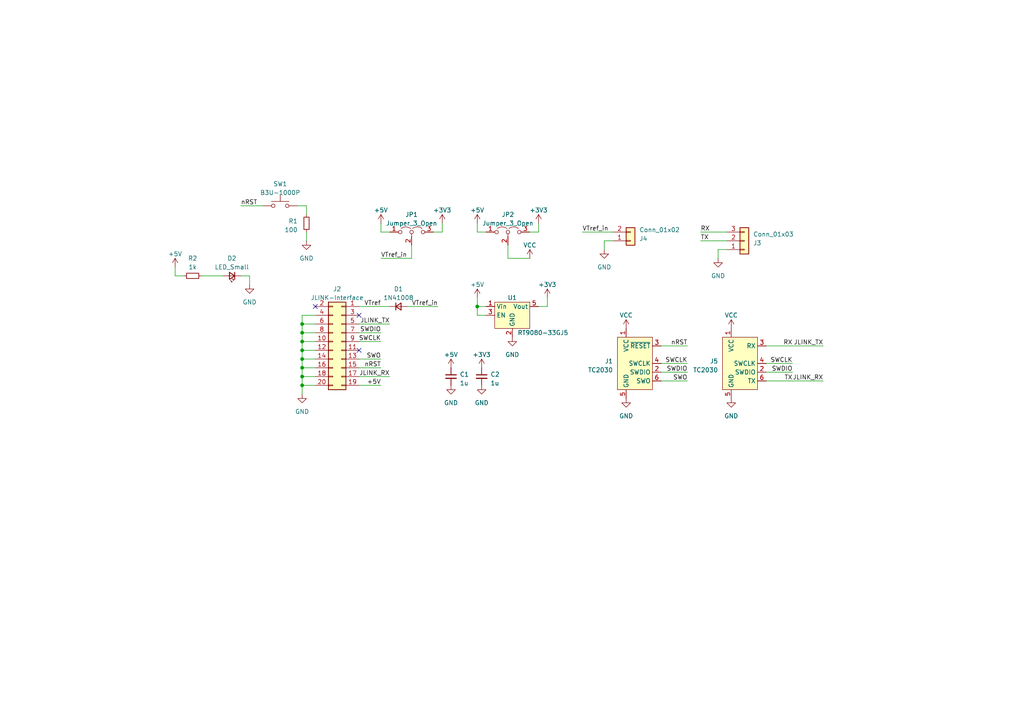
<source format=kicad_sch>
(kicad_sch (version 20230121) (generator eeschema)
  (paper "A4")
  (title_block (title "TC2030-JLINK-Adapter") (date "2023-03-25") (rev "Rev. 1"))
  (lib_symbols
    (symbol "Connector:Conn_ARM_SWD_TagConnect_TC2030-NL" (in_bom no)
      (property "Reference" "J" (at 2.54 11.43 0))
      (property "Value" "Conn_ARM_SWD_TagConnect_TC2030-NL" (at 2.54 8.89 0))
      (symbol "Conn_ARM_SWD_TagConnect_TC2030-NL_0_0"
        (pin power_in line (at -2.54 10.16 270) (length 2.54) (name "VCC") (number "1"))
        (pin bidirectional line (at 7.62 -2.54 180) (length 2.54) (name "SWDIO") (number "2"))
        (pin open_collector line (at 7.62 5.08 180) (length 2.54) (name "~{RESET}") (number "3"))
        (pin output line (at 7.62 0 180) (length 2.54) (name "SWCLK") (number "4"))
        (pin power_in line (at -2.54 -10.16 90) (length 2.54) (name "GND") (number "5"))
        (pin input line (at 7.62 -5.08 180) (length 2.54) (name "SWO") (number "6"))
      )
      (symbol "Conn_ARM_SWD_TagConnect_TC2030-NL_0_1"
        (rectangle (start -5.08 7.62) (end 5.08 -7.62) (fill (type background)))
      )
    )
    (symbol "Connector_Generic:Conn_01x02" (pin_names (offset 1.016) hide)
      (property "Reference" "J" (at 0 2.54 0))
      (property "Value" "Conn_01x02" (at 0 -5.08 0))
      (symbol "Conn_01x02_1_1"
        (rectangle (start -1.27 -2.413) (end 0 -2.667) (stroke (width 0.1524)))
        (rectangle (start -1.27 0.127) (end 0 -0.127) (stroke (width 0.1524)))
        (rectangle (start -1.27 1.27) (end 1.27 -3.81) (stroke (width 0.254)) (fill (type background)))
        (pin passive line (at -5.08 0 0) (length 3.81) (name "Pin_1") (number "1"))
        (pin passive line (at -5.08 -2.54 0) (length 3.81) (name "Pin_2") (number "2"))
      )
    )
    (symbol "Connector_Generic:Conn_01x03" (pin_names (offset 1.016) hide)
      (property "Reference" "J" (at 0 5.08 0))
      (property "Value" "Conn_01x03" (at 0 -5.08 0))
      (symbol "Conn_01x03_1_1"
        (rectangle (start -1.27 -2.413) (end 0 -2.667) (stroke (width 0.1524)))
        (rectangle (start -1.27 0.127) (end 0 -0.127) (stroke (width 0.1524)))
        (rectangle (start -1.27 2.667) (end 0 2.413) (stroke (width 0.1524)))
        (rectangle (start -1.27 3.81) (end 1.27 -3.81) (stroke (width 0.254)) (fill (type background)))
        (pin passive line (at -5.08 2.54 0) (length 3.81) (name "Pin_1") (number "1"))
        (pin passive line (at -5.08 0 0) (length 3.81) (name "Pin_2") (number "2"))
        (pin passive line (at -5.08 -2.54 0) (length 3.81) (name "Pin_3") (number "3"))
      )
    )
    (symbol "Connector_Generic:Conn_02x10_Odd_Even" (pin_names (offset 1.016) hide)
      (property "Reference" "J" (at 1.27 12.7 0))
      (property "Value" "Conn_02x10_Odd_Even" (at 1.27 -15.24 0))
      (symbol "Conn_02x10_Odd_Even_1_1"
        (rectangle (start -1.27 -12.573) (end 0 -12.827) (stroke (width 0.1524)))
        (rectangle (start -1.27 -10.033) (end 0 -10.287) (stroke (width 0.1524)))
        (rectangle (start -1.27 -7.493) (end 0 -7.747) (stroke (width 0.1524)))
        (rectangle (start -1.27 -4.953) (end 0 -5.207) (stroke (width 0.1524)))
        (rectangle (start -1.27 -2.413) (end 0 -2.667) (stroke (width 0.1524)))
        (rectangle (start -1.27 0.127) (end 0 -0.127) (stroke (width 0.1524)))
        (rectangle (start -1.27 2.667) (end 0 2.413) (stroke (width 0.1524)))
        (rectangle (start -1.27 5.207) (end 0 4.953) (stroke (width 0.1524)))
        (rectangle (start -1.27 7.747) (end 0 7.493) (stroke (width 0.1524)))
        (rectangle (start -1.27 10.287) (end 0 10.033) (stroke (width 0.1524)))
        (rectangle (start -1.27 11.43) (end 3.81 -13.97) (stroke (width 0.254)) (fill (type background)))
        (rectangle (start 3.81 -12.573) (end 2.54 -12.827) (stroke (width 0.1524)))
        (rectangle (start 3.81 -10.033) (end 2.54 -10.287) (stroke (width 0.1524)))
        (rectangle (start 3.81 -7.493) (end 2.54 -7.747) (stroke (width 0.1524)))
        (rectangle (start 3.81 -4.953) (end 2.54 -5.207) (stroke (width 0.1524)))
        (rectangle (start 3.81 -2.413) (end 2.54 -2.667) (stroke (width 0.1524)))
        (rectangle (start 3.81 0.127) (end 2.54 -0.127) (stroke (width 0.1524)))
        (rectangle (start 3.81 2.667) (end 2.54 2.413) (stroke (width 0.1524)))
        (rectangle (start 3.81 5.207) (end 2.54 4.953) (stroke (width 0.1524)))
        (rectangle (start 3.81 7.747) (end 2.54 7.493) (stroke (width 0.1524)))
        (rectangle (start 3.81 10.287) (end 2.54 10.033) (stroke (width 0.1524)))
        (pin passive line (at -5.08 10.16 0) (length 3.81) (name "Pin_1") (number "1"))
        (pin passive line (at 7.62 0 180) (length 3.81) (name "Pin_10") (number "10"))
        (pin passive line (at -5.08 -2.54 0) (length 3.81) (name "Pin_11") (number "11"))
        (pin passive line (at 7.62 -2.54 180) (length 3.81) (name "Pin_12") (number "12"))
        (pin passive line (at -5.08 -5.08 0) (length 3.81) (name "Pin_13") (number "13"))
        (pin passive line (at 7.62 -5.08 180) (length 3.81) (name "Pin_14") (number "14"))
        (pin passive line (at -5.08 -7.62 0) (length 3.81) (name "Pin_15") (number "15"))
        (pin passive line (at 7.62 -7.62 180) (length 3.81) (name "Pin_16") (number "16"))
        (pin passive line (at -5.08 -10.16 0) (length 3.81) (name "Pin_17") (number "17"))
        (pin passive line (at 7.62 -10.16 180) (length 3.81) (name "Pin_18") (number "18"))
        (pin passive line (at -5.08 -12.7 0) (length 3.81) (name "Pin_19") (number "19"))
        (pin passive line (at 7.62 10.16 180) (length 3.81) (name "Pin_2") (number "2"))
        (pin passive line (at 7.62 -12.7 180) (length 3.81) (name "Pin_20") (number "20"))
        (pin passive line (at -5.08 7.62 0) (length 3.81) (name "Pin_3") (number "3"))
        (pin passive line (at 7.62 7.62 180) (length 3.81) (name "Pin_4") (number "4"))
        (pin passive line (at -5.08 5.08 0) (length 3.81) (name "Pin_5") (number "5"))
        (pin passive line (at 7.62 5.08 180) (length 3.81) (name "Pin_6") (number "6"))
        (pin passive line (at -5.08 2.54 0) (length 3.81) (name "Pin_7") (number "7"))
        (pin passive line (at 7.62 2.54 180) (length 3.81) (name "Pin_8") (number "8"))
        (pin passive line (at -5.08 0 0) (length 3.81) (name "Pin_9") (number "9"))
      )
    )
    (symbol "Device:C_Small" (pin_numbers hide) (pin_names (offset 0.254) hide)
      (property "Reference" "C" (at 0.254 1.778 0))
      (property "Value" "C_Small" (at 0.254 -2.032 0))
      (symbol "C_Small_0_1"
        (polyline (pts (xy -1.524 -0.508) (xy 1.524 -0.508)) (stroke (width 0.3302)))
        (polyline (pts (xy -1.524 0.508) (xy 1.524 0.508)) (stroke (width 0.3048)))
      )
      (symbol "C_Small_1_1"
        (pin passive line (at 0 2.54 270) (length 2.032) (name "~") (number "1"))
        (pin passive line (at 0 -2.54 90) (length 2.032) (name "~") (number "2"))
      )
    )
    (symbol "Device:D_Small" (pin_numbers hide) (pin_names (offset 0.254) hide)
      (property "Reference" "D" (at -1.27 2.032 0))
      (property "Value" "D_Small" (at -3.81 -2.032 0))
      (symbol "D_Small_0_1"
        (polyline (pts (xy -0.762 -1.016) (xy -0.762 1.016)) (stroke (width 0.254)))
        (polyline (pts (xy -0.762 0) (xy 0.762 0)))
        (polyline (pts (xy 0.762 -1.016) (xy -0.762 0) (xy 0.762 1.016) (xy 0.762 -1.016)) (stroke (width 0.254)))
      )
      (symbol "D_Small_1_1"
        (pin passive line (at -2.54 0 0) (length 1.778) (name "K") (number "1"))
        (pin passive line (at 2.54 0 180) (length 1.778) (name "A") (number "2"))
      )
    )
    (symbol "Device:LED_Small" (pin_numbers hide) (pin_names (offset 0.254) hide)
      (property "Reference" "D" (at -1.27 3.175 0))
      (property "Value" "LED_Small" (at -4.445 -2.54 0))
      (symbol "LED_Small_0_1"
        (polyline (pts (xy -0.762 -1.016) (xy -0.762 1.016)) (stroke (width 0.254)))
        (polyline (pts (xy 1.016 0) (xy -0.762 0)))
        (polyline (pts (xy 0.762 -1.016) (xy -0.762 0) (xy 0.762 1.016) (xy 0.762 -1.016)) (stroke (width 0.254)))
        (polyline (pts (xy 0 0.762) (xy -0.508 1.27) (xy -0.254 1.27) (xy -0.508 1.27) (xy -0.508 1.016)))
        (polyline (pts (xy 0.508 1.27) (xy 0 1.778) (xy 0.254 1.778) (xy 0 1.778) (xy 0 1.524)))
      )
      (symbol "LED_Small_1_1"
        (pin passive line (at -2.54 0 0) (length 1.778) (name "K") (number "1"))
        (pin passive line (at 2.54 0 180) (length 1.778) (name "A") (number "2"))
      )
    )
    (symbol "Device:R_Small" (pin_numbers hide) (pin_names (offset 0.254) hide)
      (property "Reference" "R" (at 0.762 0.508 0))
      (property "Value" "R_Small" (at 0.762 -1.016 0))
      (symbol "R_Small_0_1"
        (rectangle (start -0.762 1.778) (end 0.762 -1.778) (stroke (width 0.2032)))
      )
      (symbol "R_Small_1_1"
        (pin passive line (at 0 2.54 270) (length 0.762) (name "~") (number "1"))
        (pin passive line (at 0 -2.54 90) (length 0.762) (name "~") (number "2"))
      )
    )
    (symbol "Jumper:Jumper_3_Open" (pin_names (offset 0) hide)
      (property "Reference" "JP" (at -2.54 -2.54 0))
      (property "Value" "Jumper_3_Open" (at 0 2.794 0))
      (symbol "Jumper_3_Open_0_0"
        (circle (center -3.302 0) (radius 0.508))
        (circle (center 0 0) (radius 0.508))
        (circle (center 3.302 0) (radius 0.508))
      )
      (symbol "Jumper_3_Open_0_1"
        (arc (start -0.254 1.016) (mid -1.651 1.4992) (end -3.048 1.016))
        (polyline (pts (xy 0 -0.508) (xy 0 -1.27)))
        (arc (start 3.048 1.016) (mid 1.651 1.4992) (end 0.254 1.016))
      )
      (symbol "Jumper_3_Open_1_1"
        (pin passive line (at -6.35 0 0) (length 2.54) (name "A") (number "1"))
        (pin passive line (at 0 -3.81 90) (length 2.54) (name "C") (number "2"))
        (pin passive line (at 6.35 0 180) (length 2.54) (name "B") (number "3"))
      )
    )
    (symbol "Switch:SW_Push" (pin_numbers hide) (pin_names (offset 1.016) hide)
      (property "Reference" "SW" (at 1.27 2.54 0))
      (property "Value" "SW_Push" (at 0 -1.524 0))
      (symbol "SW_Push_0_1"
        (circle (center -2.032 0) (radius 0.508))
        (polyline (pts (xy 0 1.27) (xy 0 3.048)))
        (polyline (pts (xy 2.54 1.27) (xy -2.54 1.27)))
        (circle (center 2.032 0) (radius 0.508))
        (pin passive line (at -5.08 0 0) (length 2.54) (name "1") (number "1"))
        (pin passive line (at 5.08 0 180) (length 2.54) (name "2") (number "2"))
      )
    )
    (symbol "power:+3V3" (power) (pin_names (offset 0))
      (property "Value" "+3V3" (at 0 3.556 0))
      (symbol "+3V3_0_1"
        (polyline (pts (xy -0.762 1.27) (xy 0 2.54)))
        (polyline (pts (xy 0 0) (xy 0 2.54)))
        (polyline (pts (xy 0 2.54) (xy 0.762 1.27)))
      )
      (symbol "+3V3_1_1"
        (pin power_in line (at 0 0 90) (length 0) hide (name "+3V3") (number "1"))
      )
    )
    (symbol "power:+5V" (power) (pin_names (offset 0))
      (property "Value" "+5V" (at 0 3.556 0))
      (symbol "+5V_0_1"
        (polyline (pts (xy -0.762 1.27) (xy 0 2.54)))
        (polyline (pts (xy 0 0) (xy 0 2.54)))
        (polyline (pts (xy 0 2.54) (xy 0.762 1.27)))
      )
      (symbol "+5V_1_1"
        (pin power_in line (at 0 0 90) (length 0) hide (name "+5V") (number "1"))
      )
    )
    (symbol "power:GND" (power) (pin_names (offset 0))
      (property "Value" "GND" (at 0 -3.81 0))
      (symbol "GND_0_1"
        (polyline (pts (xy 0 0) (xy 0 -1.27) (xy 1.27 -1.27) (xy 0 -2.54) (xy -1.27 -1.27) (xy 0 -1.27)))
      )
      (symbol "GND_1_1"
        (pin power_in line (at 0 0 270) (length 0) hide (name "GND") (number "1"))
      )
    )
    (symbol "power:VCC" (power) (pin_names (offset 0))
      (property "Value" "VCC" (at 0 3.81 0))
      (symbol "VCC_0_1"
        (polyline (pts (xy -0.762 1.27) (xy 0 2.54)))
        (polyline (pts (xy 0 0) (xy 0 2.54)))
        (polyline (pts (xy 0 2.54) (xy 0.762 1.27)))
      )
      (symbol "VCC_1_1"
        (pin power_in line (at 0 0 90) (length 0) hide (name "VCC") (number "1"))
      )
    )
    (symbol "tc2030-adapter:Conn_ARM_SWD_TagConnect_TC2030" (in_bom no)
      (property "Reference" "J4" (at -6.35 0.635 0))
      (property "Value" "TC2030" (at -6.35 -1.905 0))
      (symbol "Conn_ARM_SWD_TagConnect_TC2030_0_0"
        (pin power_in line (at -2.54 10.16 270) (length 2.54) (name "VCC") (number "1"))
        (pin bidirectional line (at 7.62 -2.54 180) (length 2.54) (name "SWDIO") (number "2"))
        (pin input line (at 7.62 5.08 180) (length 2.54) (name "RX") (number "3"))
        (pin output line (at 7.62 0 180) (length 2.54) (name "SWCLK") (number "4"))
        (pin power_in line (at -2.54 -10.16 90) (length 2.54) (name "GND") (number "5"))
        (pin output line (at 7.62 -5.08 180) (length 2.54) (name "TX") (number "6"))
      )
      (symbol "Conn_ARM_SWD_TagConnect_TC2030_0_1"
        (rectangle (start -5.08 7.62) (end 5.08 -7.62) (fill (type background)))
      )
    )
    (symbol "tc2030-adapter:RT9080-33GJ5"
      (property "Reference" "U" (at 0 5.08 0))
      (property "Value" "RT9080-33GJ5" (at 0 0 0))
      (symbol "RT9080-33GJ5_1_1"
        (rectangle (start -5.08 3.81) (end 5.08 -3.81) (fill (type background)))
        (pin power_in line (at -7.62 2.54 0) (length 2.54) (name "Vin") (number "1"))
        (pin power_in line (at 0 -6.35 90) (length 2.54) (name "GND") (number "2"))
        (pin input line (at -7.62 0 0) (length 2.54) (name "EN") (number "3"))
        (pin no_connect line (at 5.08 0 180) (length 2.54) hide (name "NC") (number "4"))
        (pin power_out line (at 7.62 2.54 180) (length 2.54) (name "Vout") (number "5"))
      )
    )
  )
  (junction (at 87.63 109.22))
  (junction (at 87.63 99.06))
  (junction (at 87.63 111.76))
  (junction (at 87.63 101.6))
  (junction (at 87.63 106.68))
  (junction (at 87.63 96.52))
  (junction (at 87.63 93.98))
  (junction (at 138.43 88.9))
  (junction (at 87.63 104.14))
  (no_connect (at 104.14 101.6))
  (no_connect (at 91.44 88.9))
  (no_connect (at 104.14 91.44))
  (wire (pts (xy 87.63 101.6) (xy 87.63 99.06)))
  (wire (pts (xy 110.49 99.06) (xy 104.14 99.06)))
  (wire (pts (xy 72.39 82.55) (xy 72.39 80.01)))
  (wire (pts (xy 138.43 88.9) (xy 138.43 91.44)))
  (wire (pts (xy 91.44 96.52) (xy 87.63 96.52)))
  (wire (pts (xy 222.25 105.41) (xy 229.87 105.41)))
  (wire (pts (xy 158.75 86.36) (xy 158.75 88.9)))
  (wire (pts (xy 69.85 59.69) (xy 76.2 59.69)))
  (wire (pts (xy 128.27 67.31) (xy 125.73 67.31)))
  (wire (pts (xy 88.9 67.31) (xy 88.9 69.85)))
  (wire (pts (xy 110.49 104.14) (xy 104.14 104.14)))
  (wire (pts (xy 210.82 67.31) (xy 203.2 67.31)))
  (wire (pts (xy 119.38 74.93) (xy 119.38 71.12)))
  (wire (pts (xy 138.43 91.44) (xy 140.97 91.44)))
  (wire (pts (xy 191.77 105.41) (xy 199.39 105.41)))
  (wire (pts (xy 222.25 110.49) (xy 238.76 110.49)))
  (wire (pts (xy 87.63 99.06) (xy 87.63 96.52)))
  (wire (pts (xy 87.63 96.52) (xy 87.63 93.98)))
  (wire (pts (xy 168.91 67.31) (xy 177.8 67.31)))
  (wire (pts (xy 138.43 86.36) (xy 138.43 88.9)))
  (wire (pts (xy 69.85 80.01) (xy 72.39 80.01)))
  (wire (pts (xy 91.44 99.06) (xy 87.63 99.06)))
  (wire (pts (xy 104.14 93.98) (xy 113.03 93.98)))
  (wire (pts (xy 87.63 106.68) (xy 87.63 104.14)))
  (wire (pts (xy 110.49 96.52) (xy 104.14 96.52)))
  (wire (pts (xy 91.44 104.14) (xy 87.63 104.14)))
  (wire (pts (xy 88.9 59.69) (xy 88.9 62.23)))
  (wire (pts (xy 128.27 64.77) (xy 128.27 67.31)))
  (wire (pts (xy 210.82 69.85) (xy 203.2 69.85)))
  (wire (pts (xy 91.44 109.22) (xy 87.63 109.22)))
  (wire (pts (xy 222.25 107.95) (xy 229.87 107.95)))
  (wire (pts (xy 104.14 109.22) (xy 113.03 109.22)))
  (wire (pts (xy 87.63 109.22) (xy 87.63 111.76)))
  (wire (pts (xy 110.49 67.31) (xy 113.03 67.31)))
  (wire (pts (xy 191.77 107.95) (xy 199.39 107.95)))
  (wire (pts (xy 175.26 69.85) (xy 177.8 69.85)))
  (wire (pts (xy 208.28 74.93) (xy 208.28 72.39)))
  (wire (pts (xy 87.63 109.22) (xy 87.63 106.68)))
  (wire (pts (xy 138.43 64.77) (xy 138.43 67.31)))
  (wire (pts (xy 50.8 80.01) (xy 53.34 80.01)))
  (wire (pts (xy 87.63 111.76) (xy 87.63 114.3)))
  (wire (pts (xy 87.63 111.76) (xy 91.44 111.76)))
  (wire (pts (xy 208.28 72.39) (xy 210.82 72.39)))
  (wire (pts (xy 222.25 100.33) (xy 238.76 100.33)))
  (wire (pts (xy 87.63 93.98) (xy 87.63 91.44)))
  (wire (pts (xy 110.49 74.93) (xy 119.38 74.93)))
  (wire (pts (xy 87.63 91.44) (xy 91.44 91.44)))
  (wire (pts (xy 110.49 111.76) (xy 104.14 111.76)))
  (wire (pts (xy 156.21 64.77) (xy 156.21 67.31)))
  (wire (pts (xy 91.44 106.68) (xy 87.63 106.68)))
  (wire (pts (xy 110.49 106.68) (xy 104.14 106.68)))
  (wire (pts (xy 91.44 93.98) (xy 87.63 93.98)))
  (wire (pts (xy 91.44 101.6) (xy 87.63 101.6)))
  (wire (pts (xy 147.32 74.93) (xy 147.32 71.12)))
  (wire (pts (xy 156.21 67.31) (xy 153.67 67.31)))
  (wire (pts (xy 118.11 88.9) (xy 127 88.9)))
  (wire (pts (xy 156.21 88.9) (xy 158.75 88.9)))
  (wire (pts (xy 175.26 72.39) (xy 175.26 69.85)))
  (wire (pts (xy 147.32 74.93) (xy 153.67 74.93)))
  (wire (pts (xy 191.77 100.33) (xy 199.39 100.33)))
  (wire (pts (xy 58.42 80.01) (xy 64.77 80.01)))
  (wire (pts (xy 138.43 88.9) (xy 140.97 88.9)))
  (wire (pts (xy 110.49 64.77) (xy 110.49 67.31)))
  (wire (pts (xy 86.36 59.69) (xy 88.9 59.69)))
  (wire (pts (xy 104.14 88.9) (xy 113.03 88.9)))
  (wire (pts (xy 191.77 110.49) (xy 199.39 110.49)))
  (wire (pts (xy 50.8 77.47) (xy 50.8 80.01)))
  (wire (pts (xy 87.63 104.14) (xy 87.63 101.6)))
  (wire (pts (xy 138.43 67.31) (xy 140.97 67.31)))
  (label "VTref_in" (at 110.49 74.93 0))
  (label "+5V" (at 110.49 111.76 180))
  (label "VTref" (at 110.49 88.9 180))
  (label "SWCLK" (at 229.87 105.41 180))
  (label "SWCLK" (at 199.39 105.41 180))
  (label "RX" (at 203.2 67.31 0))
  (label "JLINK_TX" (at 238.76 100.33 180))
  (label "JLINK_TX" (at 113.03 93.98 180))
  (label "TX" (at 203.2 69.85 0))
  (label "nRST" (at 69.85 59.69 0))
  (label "SWDIO" (at 229.87 107.95 180))
  (label "nRST" (at 110.49 106.68 180))
  (label "VTref_in" (at 127 88.9 180))
  (label "JLINK_RX" (at 238.76 110.49 180))
  (label "VTref_in" (at 168.91 67.31 0))
  (label "TX" (at 229.87 110.49 180))
  (label "SWDIO" (at 199.39 107.95 180))
  (label "SWCLK" (at 110.49 99.06 180))
  (label "JLINK_RX" (at 113.03 109.22 180))
  (label "SWO" (at 110.49 104.14 180))
  (label "RX" (at 229.87 100.33 180))
  (label "SWO" (at 199.39 110.49 180))
  (label "nRST" (at 199.39 100.33 180))
  (label "SWDIO" (at 110.49 96.52 180))
  (symbol (lib_id "power:+3V3") (at 128.27 64.77 0) (unit 1)
    (property "Reference" "#PWR016" (effects hide))
    (property "Value" "+3V3" (at 128.27 60.96 0))
  )
  (symbol (lib_id "power:+3V3") (at 139.7 106.68 0) (unit 1)
    (property "Reference" "#PWR013" (effects hide))
    (property "Value" "+3V3" (at 139.7 102.87 0))
  )
  (symbol (lib_id "power:GND") (at 130.81 111.76 0) (unit 1)
    (property "Reference" "#PWR012" (effects hide))
    (property "Value" "GND" (at 130.81 116.84 0))
  )
  (symbol (lib_id "power:+5V") (at 130.81 106.68 0) (unit 1)
    (property "Reference" "#PWR011" (effects hide))
    (property "Value" "+5V" (at 130.81 102.87 0))
  )
  (symbol (lib_id "Device:LED_Small") (at 67.31 80.01 180) (unit 1)
    (property "Reference" "D2" (at 67.2465 74.93 0))
    (property "Value" "LED_Small" (at 67.2465 77.47 0))
    (property "Footprint" "LED_SMD:LED_0603_1608Metric" (effects hide))
  )
  (symbol (lib_id "power:VCC") (at 153.67 74.93 0) (unit 1)
    (property "Reference" "#PWR019" (effects hide))
    (property "Value" "VCC" (at 153.67 71.12 0))
  )
  (symbol (lib_id "power:GND") (at 181.61 115.57 0) (unit 1)
    (property "Reference" "#PWR06" (effects hide))
    (property "Value" "GND" (at 181.61 120.65 0))
  )
  (symbol (lib_id "power:+5V") (at 50.8 77.47 0) (unit 1)
    (property "Reference" "#PWR021" (effects hide))
    (property "Value" "+5V" (at 50.8 73.66 0))
  )
  (symbol (lib_id "power:+5V") (at 138.43 86.36 0) (unit 1)
    (property "Reference" "#PWR08" (effects hide))
    (property "Value" "+5V" (at 138.43 82.55 0))
  )
  (symbol (lib_id "Device:R_Small") (at 55.88 80.01 90) (unit 1)
    (property "Reference" "R2" (at 55.88 74.93 90))
    (property "Value" "1k" (at 55.88 77.47 90))
    (property "Footprint" "Resistor_SMD:R_0603_1608Metric" (effects hide))
  )
  (symbol (lib_id "Jumper:Jumper_3_Open") (at 147.32 67.31 0) (unit 1)
    (property "Reference" "JP2" (at 147.32 62.23 0))
    (property "Value" "Jumper_3_Open" (at 147.32 64.77 0))
    (property "Footprint" "Connector_PinHeader_2.54mm:PinHeader_1x03_P2.54mm_Vertical" (effects hide))
  )
  (symbol (lib_id "power:+3V3") (at 158.75 86.36 0) (unit 1)
    (property "Reference" "#PWR010" (effects hide))
    (property "Value" "+3V3" (at 158.75 82.55 0))
  )
  (symbol (lib_id "power:GND") (at 175.26 72.39 0) (unit 1)
    (property "Reference" "#PWR02" (effects hide))
    (property "Value" "GND" (at 175.26 77.47 0))
  )
  (symbol (lib_id "Connector_Generic:Conn_01x02") (at 182.88 69.85 0) (mirror x) (unit 1)
    (property "Reference" "J4" (at 185.42 69.215 0) (effects (justify left)))
    (property "Value" "Conn_01x02" (at 185.42 66.675 0) (effects (justify left)))
    (property "Footprint" "Connector_PinHeader_2.54mm:PinHeader_1x02_P2.54mm_Vertical" (effects hide))
  )
  (symbol (lib_id "Connector_Generic:Conn_02x10_Odd_Even") (at 99.06 99.06 0) (mirror y) (unit 1)
    (property "Reference" "J2" (at 97.79 83.82 0))
    (property "Value" "JLINK-Interface" (at 97.79 86.36 0))
    (property "Footprint" "Connector_PinSocket_2.54mm:PinSocket_2x10_P2.54mm_Horizontal" (effects hide))
  )
  (symbol (lib_id "power:+5V") (at 138.43 64.77 0) (unit 1)
    (property "Reference" "#PWR017" (effects hide))
    (property "Value" "+5V" (at 138.43 60.96 0))
  )
  (symbol (lib_id "power:+3V3") (at 156.21 64.77 0) (unit 1)
    (property "Reference" "#PWR018" (effects hide))
    (property "Value" "+3V3" (at 156.21 60.96 0))
  )
  (symbol (lib_id "Connector_Generic:Conn_01x03") (at 215.9 69.85 0) (mirror x) (unit 1)
    (property "Reference" "J3" (at 218.44 70.485 0) (effects (justify left)))
    (property "Value" "Conn_01x03" (at 218.44 67.945 0) (effects (justify left)))
    (property "Footprint" "Connector_PinHeader_2.54mm:PinHeader_1x03_P2.54mm_Vertical" (effects hide))
  )
  (symbol (lib_id "power:VCC") (at 212.09 95.25 0) (unit 1)
    (property "Reference" "#PWR05" (effects hide))
    (property "Value" "VCC" (at 212.09 91.44 0))
  )
  (symbol (lib_id "Device:R_Small") (at 88.9 64.77 0) (unit 1)
    (property "Reference" "R1" (at 86.36 64.135 0) (effects (justify right)))
    (property "Value" "100" (at 86.36 66.675 0) (effects (justify right)))
    (property "Footprint" "Resistor_SMD:R_0603_1608Metric" (effects hide))
  )
  (symbol (lib_id "Connector:Conn_ARM_SWD_TagConnect_TC2030-NL") (at 184.15 105.41 0) (unit 1)
    (property "Reference" "J1" (at 177.8 104.775 0) (effects (justify right)))
    (property "Value" "TC2030" (at 177.8 107.315 0) (effects (justify right)))
    (property "Footprint" "Connector_IDC:IDC-Header_2x03_P2.54mm_Vertical" (effects hide))
    (property "Datasheet" "https://www.tag-connect.com/wp-content/uploads/bsk-pdf-manager/TC2030-CTX_1.pdf" (effects hide))
  )
  (symbol (lib_id "power:GND") (at 212.09 115.57 0) (unit 1)
    (property "Reference" "#PWR07" (effects hide))
    (property "Value" "GND" (at 212.09 120.65 0))
  )
  (symbol (lib_id "power:GND") (at 148.59 97.79 0) (unit 1)
    (property "Reference" "#PWR09" (effects hide))
    (property "Value" "GND" (at 148.59 102.87 0))
  )
  (symbol (lib_id "power:GND") (at 88.9 69.85 0) (unit 1)
    (property "Reference" "#PWR020" (effects hide))
    (property "Value" "GND" (at 88.9 74.93 0))
  )
  (symbol (lib_id "tc2030-adapter:RT9080-33GJ5") (at 148.59 91.44 0) (unit 1)
    (property "Reference" "U1" (at 148.59 86.36 0))
    (property "Value" "RT9080-33GJ5" (at 157.48 96.52 0))
    (property "Footprint" "Package_TO_SOT_SMD:TSOT-23-5" (effects hide))
    (property "Datasheet" "https://www.richtek.com/assets/product_file/RT9080/DS9080-05.pdf" (effects hide))
  )
  (symbol (lib_id "Device:D_Small") (at 115.57 88.9 0) (unit 1)
    (property "Reference" "D1" (at 115.57 83.82 0))
    (property "Value" "1N41008" (at 115.57 86.36 0))
    (property "Footprint" "Diode_SMD:D_SOD-123" (effects hide))
    (property "Sim.Device" "D" (effects hide))
    (property "Sim.Pins" "1=K 2=A" (effects hide))
  )
  (symbol (lib_id "Switch:SW_Push") (at 81.28 59.69 0) (unit 1)
    (property "Reference" "SW1" (at 81.28 53.34 0))
    (property "Value" "B3U-1000P" (at 81.28 55.88 0))
    (property "Footprint" "Button_Switch_SMD:SW_SPST_B3U-1000P" (effects hide))
  )
  (symbol (lib_id "Jumper:Jumper_3_Open") (at 119.38 67.31 0) (unit 1)
    (property "Reference" "JP1" (at 119.38 62.23 0))
    (property "Value" "Jumper_3_Open" (at 119.38 64.77 0))
    (property "Footprint" "Connector_PinHeader_2.54mm:PinHeader_1x03_P2.54mm_Vertical" (effects hide))
  )
  (symbol (lib_id "Device:C_Small") (at 139.7 109.22 0) (unit 1)
    (property "Reference" "C2" (at 142.24 108.5913 0) (effects (justify left)))
    (property "Value" "1u" (at 142.24 111.1313 0) (effects (justify left)))
    (property "Footprint" "Capacitor_SMD:C_0603_1608Metric" (effects hide))
  )
  (symbol (lib_id "power:GND") (at 72.39 82.55 0) (unit 1)
    (property "Reference" "#PWR022" (effects hide))
    (property "Value" "GND" (at 72.39 87.63 0))
  )
  (symbol (lib_id "power:GND") (at 208.28 74.93 0) (unit 1)
    (property "Reference" "#PWR03" (effects hide))
    (property "Value" "GND" (at 208.28 80.01 0))
  )
  (symbol (lib_id "tc2030-adapter:Conn_ARM_SWD_TagConnect_TC2030") (at 214.63 105.41 0) (unit 1) (in_bom no)
    (property "Reference" "J5" (at 208.28 104.775 0) (effects (justify right)))
    (property "Value" "TC2030" (at 208.28 107.315 0) (effects (justify right)))
    (property "Footprint" "Connector_IDC:IDC-Header_2x03_P2.54mm_Vertical" (effects hide))
    (property "Datasheet" "https://www.tag-connect.com/wp-content/uploads/bsk-pdf-manager/TC2030-CTX_1.pdf" (effects hide))
  )
  (symbol (lib_id "power:VCC") (at 181.61 95.25 0) (unit 1)
    (property "Reference" "#PWR04" (effects hide))
    (property "Value" "VCC" (at 181.61 91.44 0))
  )
  (symbol (lib_id "power:GND") (at 87.63 114.3 0) (mirror y) (unit 1)
    (property "Reference" "#PWR01" (effects hide))
    (property "Value" "GND" (at 87.63 119.38 0))
  )
  (symbol (lib_id "Device:C_Small") (at 130.81 109.22 0) (unit 1)
    (property "Reference" "C1" (at 133.35 108.5913 0) (effects (justify left)))
    (property "Value" "1u" (at 133.35 111.1313 0) (effects (justify left)))
    (property "Footprint" "Capacitor_SMD:C_0603_1608Metric" (effects hide))
  )
  (symbol (lib_id "power:GND") (at 139.7 111.76 0) (unit 1)
    (property "Reference" "#PWR014" (effects hide))
    (property "Value" "GND" (at 139.7 116.84 0))
  )
  (symbol (lib_id "power:+5V") (at 110.49 64.77 0) (unit 1)
    (property "Reference" "#PWR015" (effects hide))
    (property "Value" "+5V" (at 110.49 60.96 0))
  )
)
</source>
